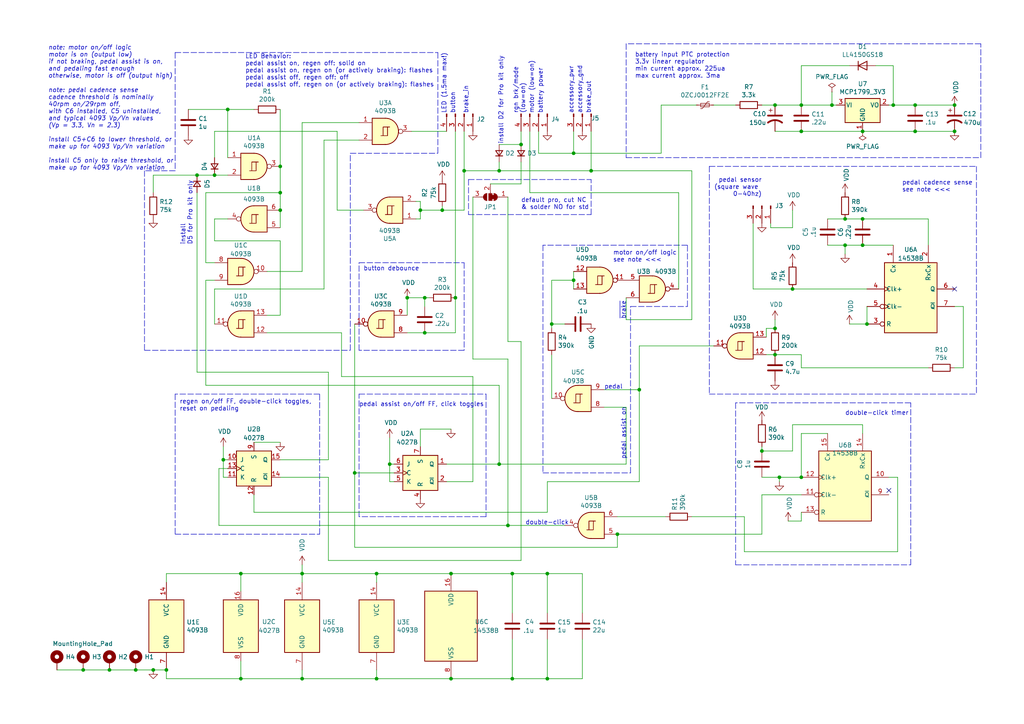
<source format=kicad_sch>
(kicad_sch (version 20231120) (generator "eeschema") (generator_version "8.0")
  (paper "A4")
  (title_block (title "Qiroll Pedal Assist") (date "2021-07-22") (rev "2") (company "Eric Dasmalchi"))
  (junction (at 229.87 83.82))
  (junction (at 232.41 138.43))
  (junction (at 148.59 166.37))
  (junction (at 265.43 38.1))
  (junction (at 147.32 152.4))
  (junction (at 132.08 86.36))
  (junction (at 24.13 194.31))
  (junction (at 130.81 196.85))
  (junction (at 81.28 55.88))
  (junction (at 179.07 154.94))
  (junction (at 171.45 49.53))
  (junction (at 166.37 44.45))
  (junction (at 69.85 166.37))
  (junction (at 232.41 30.48))
  (junction (at 113.03 134.62))
  (junction (at 121.92 60.96))
  (junction (at 166.37 81.28))
  (junction (at 245.11 63.5))
  (junction (at 64.77 133.35))
  (junction (at 123.19 96.52))
  (junction (at 62.23 50.8))
  (junction (at 224.79 30.48))
  (junction (at 66.04 31.75))
  (junction (at 44.45 194.31))
  (junction (at 144.78 134.62))
  (junction (at 31.75 194.31))
  (junction (at 158.75 166.37))
  (junction (at 148.59 196.85))
  (junction (at 185.42 113.03))
  (junction (at 224.79 102.87))
  (junction (at 259.08 30.48))
  (junction (at 81.28 48.26))
  (junction (at 245.11 71.12))
  (junction (at 250.19 71.12))
  (junction (at 226.06 138.43))
  (junction (at 48.26 194.31))
  (junction (at 250.19 38.1))
  (junction (at 250.19 63.5))
  (junction (at 276.86 38.1))
  (junction (at 224.79 95.25))
  (junction (at 130.81 166.37))
  (junction (at 128.27 60.96))
  (junction (at 265.43 30.48))
  (junction (at 123.19 86.36))
  (junction (at 81.28 60.96))
  (junction (at 232.41 38.1))
  (junction (at 57.15 50.8))
  (junction (at 276.86 30.48))
  (junction (at 118.11 86.36))
  (junction (at 102.87 137.16))
  (junction (at 87.63 196.85))
  (junction (at 109.22 196.85))
  (junction (at 109.22 166.37))
  (junction (at 220.98 130.81))
  (junction (at 144.78 49.53))
  (junction (at 69.85 196.85))
  (junction (at 134.62 49.53))
  (junction (at 39.37 194.31))
  (junction (at 241.3 30.48))
  (junction (at 87.63 166.37))
  (junction (at 158.75 196.85))
  (junction (at 160.02 93.98))
  (junction (at 251.46 93.98))
  (junction (at 151.13 41.91))
  (no_connect (at 276.86 83.82))
  (no_connect (at 257.81 142.24))
  (wire (pts (xy 62.23 63.5) (xy 62.23 69.85)))
  (wire (pts (xy 168.91 185.42) (xy 168.91 196.85)))
  (wire (pts (xy 137.16 104.14) (xy 147.32 104.14)))
  (wire (pts (xy 166.37 83.82) (xy 166.37 81.28)))
  (wire (pts (xy 81.28 91.44) (xy 77.47 91.44)))
  (wire (pts (xy 69.85 166.37) (xy 87.63 166.37)))
  (wire (pts (xy 251.46 88.9) (xy 251.46 93.98)))
  (wire (pts (xy 220.98 130.81) (xy 229.87 130.81)))
  (wire (pts (xy 87.63 78.74) (xy 87.63 35.56)))
  (polyline (pts (xy 205.74 48.26) (xy 283.21 48.26)) (stroke (width 0) (type dash)))
  (wire (pts (xy 97.79 38.1) (xy 62.23 38.1)))
  (wire (pts (xy 102.87 93.98) (xy 102.87 137.16)))
  (polyline (pts (xy 50.8 114.3) (xy 50.8 154.94)) (stroke (width 0) (type dash)))
  (wire (pts (xy 160.02 93.98) (xy 163.83 93.98)))
  (polyline (pts (xy 50.8 15.24) (xy 127 15.24)) (stroke (width 0) (type dash)))
  (wire (pts (xy 137.16 109.22) (xy 99.06 109.22)))
  (polyline (pts (xy 134.62 101.6) (xy 104.14 101.6)) (stroke (width 0) (type dash)))
  (wire (pts (xy 57.15 55.88) (xy 57.15 107.95)))
  (wire (pts (xy 257.81 138.43) (xy 260.35 138.43)))
  (wire (pts (xy 73.66 148.59) (xy 73.66 143.51)))
  (wire (pts (xy 207.01 100.33) (xy 185.42 100.33)))
  (polyline (pts (xy 92.71 114.3) (xy 50.8 114.3)) (stroke (width 0) (type dash)))
  (wire (pts (xy 31.75 194.31) (xy 24.13 194.31)))
  (polyline (pts (xy 101.6 44.45) (xy 127 44.45)) (stroke (width 0) (type dash)))
  (polyline (pts (xy 127 15.24) (xy 127 44.45)) (stroke (width 0) (type dash)))
  (wire (pts (xy 147.32 104.14) (xy 147.32 152.4)))
  (wire (pts (xy 114.3 139.7) (xy 113.03 139.7)))
  (wire (pts (xy 220.98 143.51) (xy 232.41 143.51)))
  (wire (pts (xy 168.91 177.8) (xy 168.91 166.37)))
  (wire (pts (xy 128.27 60.96) (xy 121.92 60.96)))
  (wire (pts (xy 77.47 78.74) (xy 87.63 78.74)))
  (wire (pts (xy 153.67 55.88) (xy 196.85 55.88)))
  (wire (pts (xy 119.38 38.1) (xy 129.54 38.1)))
  (wire (pts (xy 120.65 58.42) (xy 121.92 58.42)))
  (polyline (pts (xy 199.39 71.12) (xy 157.48 71.12)) (stroke (width 0) (type dash)))
  (wire (pts (xy 232.41 125.73) (xy 240.03 125.73)))
  (wire (pts (xy 269.24 63.5) (xy 269.24 71.12)))
  (wire (pts (xy 87.63 163.83) (xy 87.63 166.37)))
  (wire (pts (xy 151.13 53.34) (xy 151.13 46.99)))
  (wire (pts (xy 224.79 30.48) (xy 220.98 30.48)))
  (wire (pts (xy 181.61 118.11) (xy 181.61 134.62)))
  (polyline (pts (xy 104.14 101.6) (xy 104.14 76.2)) (stroke (width 0) (type dash)))
  (wire (pts (xy 240.03 63.5) (xy 245.11 63.5)))
  (wire (pts (xy 279.4 88.9) (xy 279.4 106.68)))
  (polyline (pts (xy 205.74 48.26) (xy 205.74 114.3)) (stroke (width 0) (type dash)))
  (wire (pts (xy 69.85 191.77) (xy 69.85 196.85)))
  (wire (pts (xy 81.28 60.96) (xy 81.28 66.04)))
  (wire (pts (xy 151.13 162.56) (xy 151.13 99.06)))
  (wire (pts (xy 99.06 109.22) (xy 99.06 96.52)))
  (wire (pts (xy 215.9 160.02) (xy 260.35 160.02)))
  (wire (pts (xy 97.79 60.96) (xy 105.41 60.96)))
  (wire (pts (xy 109.22 196.85) (xy 130.81 196.85)))
  (wire (pts (xy 279.4 88.9) (xy 276.86 88.9)))
  (wire (pts (xy 121.92 124.46) (xy 130.81 124.46)))
  (wire (pts (xy 134.62 49.53) (xy 134.62 60.96)))
  (wire (pts (xy 142.24 53.34) (xy 151.13 53.34)))
  (wire (pts (xy 87.63 166.37) (xy 109.22 166.37)))
  (wire (pts (xy 124.46 86.36) (xy 123.19 86.36)))
  (wire (pts (xy 171.45 49.53) (xy 144.78 49.53)))
  (wire (pts (xy 69.85 166.37) (xy 69.85 171.45)))
  (polyline (pts (xy 284.48 12.7) (xy 181.61 12.7)) (stroke (width 0) (type dash)))
  (wire (pts (xy 129.54 134.62) (xy 144.78 134.62)))
  (wire (pts (xy 87.63 196.85) (xy 109.22 196.85)))
  (polyline (pts (xy 101.6 101.6) (xy 101.6 44.45)) (stroke (width 0) (type dash)))
  (polyline (pts (xy 157.48 71.12) (xy 157.48 137.16)) (stroke (width 0) (type dash)))
  (wire (pts (xy 185.42 113.03) (xy 175.26 113.03)))
  (wire (pts (xy 44.45 50.8) (xy 44.45 55.88)))
  (wire (pts (xy 87.63 166.37) (xy 87.63 168.91)))
  (wire (pts (xy 250.19 71.12) (xy 259.08 71.12)))
  (wire (pts (xy 57.15 50.8) (xy 62.23 50.8)))
  (wire (pts (xy 158.75 148.59) (xy 73.66 148.59)))
  (wire (pts (xy 226.06 138.43) (xy 232.41 138.43)))
  (wire (pts (xy 191.77 44.45) (xy 191.77 30.48)))
  (wire (pts (xy 158.75 166.37) (xy 158.75 177.8)))
  (polyline (pts (xy 41.91 49.53) (xy 41.91 101.6)) (stroke (width 0) (type dash)))
  (wire (pts (xy 48.26 166.37) (xy 69.85 166.37)))
  (wire (pts (xy 137.16 139.7) (xy 129.54 139.7)))
  (wire (pts (xy 168.91 166.37) (xy 158.75 166.37)))
  (wire (pts (xy 48.26 196.85) (xy 48.26 194.31)))
  (wire (pts (xy 158.75 139.7) (xy 185.42 139.7)))
  (wire (pts (xy 254 19.05) (xy 259.08 19.05)))
  (wire (pts (xy 109.22 166.37) (xy 130.81 166.37)))
  (wire (pts (xy 24.13 194.31) (xy 16.51 194.31)))
  (wire (pts (xy 160.02 93.98) (xy 160.02 95.25)))
  (wire (pts (xy 265.43 30.48) (xy 276.86 30.48)))
  (polyline (pts (xy 213.36 116.84) (xy 213.36 163.83)) (stroke (width 0) (type dash)))
  (wire (pts (xy 144.78 46.99) (xy 144.78 49.53)))
  (wire (pts (xy 95.25 107.95) (xy 57.15 107.95)))
  (wire (pts (xy 147.32 152.4) (xy 163.83 152.4)))
  (wire (pts (xy 191.77 30.48) (xy 201.93 30.48)))
  (wire (pts (xy 232.41 30.48) (xy 224.79 30.48)))
  (wire (pts (xy 121.92 129.54) (xy 121.92 124.46)))
  (polyline (pts (xy 140.97 149.86) (xy 104.14 149.86)) (stroke (width 0) (type dash)))
  (wire (pts (xy 59.69 81.28) (xy 62.23 81.28)))
  (wire (pts (xy 166.37 38.1) (xy 166.37 44.45)))
  (wire (pts (xy 81.28 133.35) (xy 95.25 133.35)))
  (wire (pts (xy 123.19 96.52) (xy 132.08 96.52)))
  (wire (pts (xy 81.28 138.43) (xy 95.25 138.43)))
  (wire (pts (xy 257.81 30.48) (xy 259.08 30.48)))
  (wire (pts (xy 215.9 149.86) (xy 215.9 160.02)))
  (polyline (pts (xy 104.14 76.2) (xy 134.62 76.2)) (stroke (width 0) (type dash)))
  (wire (pts (xy 224.79 38.1) (xy 232.41 38.1)))
  (polyline (pts (xy 264.16 163.83) (xy 264.16 116.84)) (stroke (width 0) (type dash)))
  (wire (pts (xy 121.92 58.42) (xy 121.92 60.96)))
  (wire (pts (xy 121.92 60.96) (xy 121.92 63.5)))
  (wire (pts (xy 158.75 166.37) (xy 148.59 166.37)))
  (wire (pts (xy 160.02 102.87) (xy 160.02 115.57)))
  (polyline (pts (xy 135.89 52.07) (xy 135.89 62.23)) (stroke (width 0) (type dash)))
  (polyline (pts (xy 199.39 88.9) (xy 199.39 71.12)) (stroke (width 0) (type dash)))
  (wire (pts (xy 123.19 86.36) (xy 118.11 86.36)))
  (wire (pts (xy 185.42 113.03) (xy 185.42 139.7)))
  (wire (pts (xy 250.19 63.5) (xy 269.24 63.5)))
  (wire (pts (xy 81.28 48.26) (xy 81.28 55.88)))
  (wire (pts (xy 48.26 196.85) (xy 69.85 196.85)))
  (wire (pts (xy 245.11 63.5) (xy 250.19 63.5)))
  (wire (pts (xy 63.5 152.4) (xy 63.5 135.89)))
  (wire (pts (xy 59.69 111.76) (xy 144.78 111.76)))
  (polyline (pts (xy 50.8 15.24) (xy 50.8 49.53)) (stroke (width 0) (type dash)))
  (wire (pts (xy 151.13 38.1) (xy 151.13 41.91)))
  (wire (pts (xy 250.19 38.1) (xy 265.43 38.1)))
  (wire (pts (xy 62.23 83.82) (xy 93.98 83.82)))
  (wire (pts (xy 158.75 185.42) (xy 158.75 196.85)))
  (wire (pts (xy 113.03 134.62) (xy 114.3 134.62)))
  (wire (pts (xy 87.63 35.56) (xy 104.14 35.56)))
  (wire (pts (xy 181.61 92.71) (xy 200.66 92.71)))
  (wire (pts (xy 130.81 196.85) (xy 148.59 196.85)))
  (wire (pts (xy 229.87 60.96) (xy 229.87 66.04)))
  (polyline (pts (xy 205.74 114.3) (xy 283.21 114.3)) (stroke (width 0) (type dash)))
  (wire (pts (xy 62.23 38.1) (xy 62.23 45.72)))
  (wire (pts (xy 260.35 138.43) (xy 260.35 160.02)))
  (wire (pts (xy 166.37 44.45) (xy 191.77 44.45)))
  (wire (pts (xy 137.16 57.15) (xy 137.16 104.14)))
  (wire (pts (xy 44.45 194.31) (xy 39.37 194.31)))
  (wire (pts (xy 171.45 38.1) (xy 171.45 49.53)))
  (wire (pts (xy 99.06 96.52) (xy 77.47 96.52)))
  (wire (pts (xy 144.78 134.62) (xy 181.61 134.62)))
  (wire (pts (xy 240.03 71.12) (xy 245.11 71.12)))
  (wire (pts (xy 132.08 38.1) (xy 132.08 86.36)))
  (wire (pts (xy 279.4 106.68) (xy 276.86 106.68)))
  (wire (pts (xy 48.26 194.31) (xy 44.45 194.31)))
  (wire (pts (xy 134.62 38.1) (xy 134.62 49.53)))
  (wire (pts (xy 102.87 137.16) (xy 114.3 137.16)))
  (wire (pts (xy 158.75 196.85) (xy 168.91 196.85)))
  (wire (pts (xy 151.13 99.06) (xy 147.32 99.06)))
  (wire (pts (xy 200.66 149.86) (xy 215.9 149.86)))
  (wire (pts (xy 196.85 55.88) (xy 196.85 83.82)))
  (wire (pts (xy 59.69 76.2) (xy 62.23 76.2)))
  (wire (pts (xy 158.75 139.7) (xy 158.75 148.59)))
  (wire (pts (xy 102.87 137.16) (xy 102.87 158.75)))
  (wire (pts (xy 66.04 138.43) (xy 64.77 138.43)))
  (wire (pts (xy 160.02 93.98) (xy 160.02 81.28)))
  (polyline (pts (xy 92.71 154.94) (xy 92.71 114.3)) (stroke (width 0) (type dash)))
  (wire (pts (xy 95.25 138.43) (xy 95.25 162.56)))
  (polyline (pts (xy 104.14 114.3) (xy 140.97 114.3)) (stroke (width 0) (type dash)))
  (wire (pts (xy 137.16 109.22) (xy 137.16 139.7)))
  (wire (pts (xy 218.44 83.82) (xy 229.87 83.82)))
  (wire (pts (xy 148.59 185.42) (xy 148.59 196.85)))
  (wire (pts (xy 156.21 44.45) (xy 156.21 38.1)))
  (wire (pts (xy 245.11 71.12) (xy 245.11 73.66)))
  (wire (pts (xy 128.27 59.69) (xy 128.27 60.96)))
  (wire (pts (xy 59.69 111.76) (xy 59.69 81.28)))
  (wire (pts (xy 241.3 30.48) (xy 242.57 30.48)))
  (wire (pts (xy 220.98 154.94) (xy 220.98 143.51)))
  (wire (pts (xy 218.44 64.77) (xy 218.44 83.82)))
  (wire (pts (xy 87.63 196.85) (xy 87.63 194.31)))
  (wire (pts (xy 113.03 139.7) (xy 113.03 134.62)))
  (wire (pts (xy 62.23 63.5) (xy 66.04 63.5)))
  (wire (pts (xy 93.98 83.82) (xy 93.98 40.64)))
  (wire (pts (xy 123.19 88.9) (xy 123.19 86.36)))
  (wire (pts (xy 97.79 60.96) (xy 97.79 38.1)))
  (wire (pts (xy 251.46 93.98) (xy 246.38 93.98)))
  (polyline (pts (xy 135.89 52.07) (xy 171.45 52.07)) (stroke (width 0) (type dash)))
  (wire (pts (xy 69.85 196.85) (xy 87.63 196.85)))
  (wire (pts (xy 63.5 135.89) (xy 66.04 135.89)))
  (wire (pts (xy 62.23 93.98) (xy 62.23 83.82)))
  (wire (pts (xy 44.45 50.8) (xy 57.15 50.8)))
  (wire (pts (xy 181.61 86.36) (xy 181.61 92.71)))
  (wire (pts (xy 224.79 102.87) (xy 232.41 102.87)))
  (wire (pts (xy 179.07 154.94) (xy 220.98 154.94)))
  (polyline (pts (xy 264.16 116.84) (xy 213.36 116.84)) (stroke (width 0) (type dash)))
  (wire (pts (xy 64.77 138.43) (xy 64.77 133.35)))
  (wire (pts (xy 109.22 196.85) (xy 109.22 194.31)))
  (wire (pts (xy 259.08 30.48) (xy 265.43 30.48)))
  (wire (pts (xy 245.11 71.12) (xy 250.19 71.12)))
  (wire (pts (xy 93.98 40.64) (xy 104.14 40.64)))
  (wire (pts (xy 232.41 102.87) (xy 232.41 106.68)))
  (wire (pts (xy 259.08 19.05) (xy 259.08 30.48)))
  (wire (pts (xy 232.41 151.13) (xy 228.6 151.13)))
  (wire (pts (xy 222.25 95.25) (xy 224.79 95.25)))
  (wire (pts (xy 118.11 86.36) (xy 118.11 91.44)))
  (wire (pts (xy 121.92 63.5) (xy 120.65 63.5)))
  (polyline (pts (xy 157.48 137.16) (xy 182.88 137.16)) (stroke (width 0) (type dash)))
  (polyline (pts (xy 134.62 76.2) (xy 134.62 101.6)) (stroke (width 0) (type dash)))
  (wire (pts (xy 200.66 49.53) (xy 171.45 49.53)))
  (wire (pts (xy 102.87 158.75) (xy 179.07 158.75)))
  (wire (pts (xy 54.61 31.75) (xy 66.04 31.75)))
  (wire (pts (xy 144.78 111.76) (xy 144.78 134.62)))
  (wire (pts (xy 250.19 123.19) (xy 250.19 125.73)))
  (wire (pts (xy 95.25 162.56) (xy 151.13 162.56)))
  (wire (pts (xy 81.28 128.27) (xy 73.66 128.27)))
  (polyline (pts (xy 181.61 45.72) (xy 284.48 45.72)) (stroke (width 0) (type dash)))
  (wire (pts (xy 81.28 31.75) (xy 81.28 48.26)))
  (wire (pts (xy 207.01 30.48) (xy 213.36 30.48)))
  (wire (pts (xy 59.69 55.88) (xy 59.69 76.2)))
  (polyline (pts (xy 283.21 48.26) (xy 283.21 114.3)) (stroke (width 0) (type dash)))
  (wire (pts (xy 134.62 49.53) (xy 144.78 49.53)))
  (wire (pts (xy 229.87 83.82) (xy 251.46 83.82)))
  (wire (pts (xy 232.41 30.48) (xy 241.3 30.48)))
  (wire (pts (xy 229.87 130.81) (xy 229.87 123.19)))
  (wire (pts (xy 64.77 133.35) (xy 64.77 129.54)))
  (wire (pts (xy 66.04 31.75) (xy 66.04 45.72)))
  (wire (pts (xy 118.11 96.52) (xy 123.19 96.52)))
  (wire (pts (xy 81.28 69.85) (xy 81.28 91.44)))
  (wire (pts (xy 130.81 166.37) (xy 148.59 166.37)))
  (wire (pts (xy 222.25 97.79) (xy 222.25 95.25)))
  (wire (pts (xy 144.78 41.91) (xy 151.13 41.91)))
  (wire (pts (xy 64.77 133.35) (xy 66.04 133.35)))
  (polyline (pts (xy 284.48 45.72) (xy 284.48 12.7)) (stroke (width 0) (type dash)))
  (wire (pts (xy 148.59 196.85) (xy 158.75 196.85)))
  (wire (pts (xy 109.22 166.37) (xy 109.22 168.91)))
  (polyline (pts (xy 213.36 163.83) (xy 264.16 163.83)) (stroke (width 0) (type dash)))
  (wire (pts (xy 153.67 38.1) (xy 153.67 55.88)))
  (polyline (pts (xy 135.89 62.23) (xy 171.45 62.23)) (stroke (width 0) (type dash)))
  (wire (pts (xy 66.04 31.75) (xy 73.66 31.75)))
  (wire (pts (xy 179.07 149.86) (xy 193.04 149.86)))
  (wire (pts (xy 147.32 57.15) (xy 147.32 99.06)))
  (wire (pts (xy 181.61 118.11) (xy 175.26 118.11)))
  (polyline (pts (xy 50.8 154.94) (xy 92.71 154.94)) (stroke (width 0) (type dash)))
  (wire (pts (xy 200.66 92.71) (xy 200.66 49.53)))
  (wire (pts (xy 66.04 50.8) (xy 62.23 50.8)))
  (wire (pts (xy 63.5 152.4) (xy 147.32 152.4)))
  (wire (pts (xy 224.79 102.87) (xy 222.25 102.87)))
  (polyline (pts (xy 181.61 12.7) (xy 181.61 45.72)) (stroke (width 0) (type dash)))
  (wire (pts (xy 232.41 106.68) (xy 269.24 106.68)))
  (wire (pts (xy 220.98 129.54) (xy 220.98 130.81)))
  (polyline (pts (xy 50.8 49.53) (xy 41.91 49.53)) (stroke (width 0) (type dash)))
  (wire (pts (xy 48.26 166.37) (xy 48.26 168.91)))
  (wire (pts (xy 160.02 81.28) (xy 166.37 81.28)))
  (wire (pts (xy 59.69 55.88) (xy 81.28 55.88)))
  (wire (pts (xy 232.41 151.13) (xy 232.41 148.59)))
  (wire (pts (xy 232.41 38.1) (xy 250.19 38.1)))
  (polyline (pts (xy 171.45 62.23) (xy 171.45 52.07)) (stroke (width 0) (type dash)))
  (polyline (pts (xy 104.14 149.86) (xy 104.14 114.3)) (stroke (width 0) (type dash)))
  (wire (pts (xy 229.87 66.04) (xy 223.52 66.04)))
  (wire (pts (xy 185.42 100.33) (xy 185.42 113.03)))
  (wire (pts (xy 156.21 44.45) (xy 166.37 44.45)))
  (wire (pts (xy 95.25 107.95) (xy 95.25 133.35)))
  (wire (pts (xy 241.3 26.67) (xy 241.3 30.48)))
  (wire (pts (xy 232.41 19.05) (xy 232.41 30.48)))
  (wire (pts (xy 229.87 123.19) (xy 250.19 123.19)))
  (wire (pts (xy 265.43 38.1) (xy 276.86 38.1)))
  (wire (pts (xy 132.08 86.36) (xy 132.08 96.52)))
  (wire (pts (xy 232.41 19.05) (xy 246.38 19.05)))
  (polyline (pts (xy 182.88 88.9) (xy 199.39 88.9)) (stroke (width 0) (type dash)))
  (wire (pts (xy 134.62 60.96) (xy 128.27 60.96)))
  (wire (pts (xy 179.07 158.75) (xy 179.07 154.94)))
  (wire (pts (xy 224.79 95.25) (xy 224.79 92.71)))
  (polyline (pts (xy 182.88 137.16) (xy 182.88 88.9)) (stroke (width 0) (type dash)))
  (wire (pts (xy 223.52 66.04) (xy 223.52 64.77)))
  (wire (pts (xy 39.37 194.31) (xy 31.75 194.31)))
  (wire (pts (xy 226.06 138.43) (xy 226.06 139.7)))
  (wire (pts (xy 148.59 166.37) (xy 148.59 177.8)))
  (wire (pts (xy 81.28 55.88) (xy 81.28 60.96)))
  (wire (pts (xy 220.98 138.43) (xy 226.06 138.43)))
  (polyline (pts (xy 140.97 114.3) (xy 140.97 149.86)) (stroke (width 0) (type dash)))
  (wire (pts (xy 113.03 127) (xy 113.03 134.62)))
  (polyline (pts (xy 41.91 101.6) (xy 101.6 101.6)) (stroke (width 0) (type dash)))
  (wire (pts (xy 232.41 138.43) (xy 232.41 125.73)))
  (wire (pts (xy 166.37 81.28) (xy 166.37 78.74)))
  (wire (pts (xy 62.23 69.85) (xy 81.28 69.85)))
  (text "motor on/off logic\nsee note <<<" (at 177.8 76.2 0) (effects (font (size 1.27 1.27)) (justify left bottom)))
  (text "regen on/off FF, double-click toggles, \nreset on pedaling" (at 52.07 119.38 0) (effects (font (size 1.27 1.27)) (justify left bottom)))
  (text "note: motor on/off logic\nmotor is on (output low)\nif not braking, pedal assist is on,\nand pedaling fast enough\notherwise, motor is off (output high)" (at 13.97 22.86 0) (effects (font (size 1.27 1.27) (italic yes)) (justify left bottom)))
  (text "pedal sensor\n(square wave \n0-40hz)" (at 220.98 57.15 0) (effects (font (size 1.27 1.27)) (justify right bottom)))
  (text "rgn brk/mode\n(low=on)" (at 152.4 33.02 90) (effects (font (size 1.27 1.27)) (justify left bottom)))
  (text "double-click" (at 152.4 152.4 0) (effects (font (size 1.27 1.27)) (justify left bottom)))
  (text "pedal cadence sense\nsee note <<<" (at 261.62 55.88 0) (effects (font (size 1.27 1.27)) (justify left bottom)))
  (text "accessory_gnd" (at 168.91 33.02 90) (effects (font (size 1.27 1.27)) (justify left bottom)))
  (text "button" (at 132.08 33.02 90) (effects (font (size 1.27 1.27)) (justify left bottom)))
  (text "pedal" (at 175.26 113.03 0) (effects (font (size 1.27 1.27)) (justify left bottom)))
  (text "button debounce" (at 105.41 78.74 0) (effects (font (size 1.27 1.27)) (justify left bottom)))
  (text "motor (low=on)" (at 154.94 33.02 90) (effects (font (size 1.27 1.27)) (justify left bottom)))
  (text "default pro, cut NC\n& solder NO for std\n" (at 151.13 60.96 0) (effects (font (size 1.27 1.27)) (justify left bottom)))
  (text "brake_in" (at 135.89 33.02 90) (effects (font (size 1.27 1.27)) (justify left bottom)))
  (text "pedal assist on/off FF, click toggles" (at 104.14 118.11 0) (effects (font (size 1.27 1.27)) (justify left bottom)))
  (text "LED (1.5ma max!)" (at 129.54 33.02 90) (effects (font (size 1.27 1.27)) (justify left bottom)))
  (text "battery power" (at 157.48 33.02 90) (effects (font (size 1.27 1.27)) (justify left bottom)))
  (text "install\nD5 for Pro kit only" (at 55.88 71.12 90) (effects (font (size 1.27 1.27)) (justify left bottom)))
  (text "install D2 for Pro kit only" (at 146.05 41.91 90) (effects (font (size 1.27 1.27)) (justify left bottom)))
  (text "double-click timer\n" (at 245.11 120.65 0) (effects (font (size 1.27 1.27)) (justify left bottom)))
  (text "~{brake}" (at 181.61 92.71 90) (effects (font (size 1.27 1.27)) (justify left bottom)))
  (text "brake_out" (at 171.45 33.02 90) (effects (font (size 1.27 1.27)) (justify left bottom)))
  (text "LED Behavior:\npedal assist on, regen off: solid on\npedal assist on, regen on (or actively braking): flashes\npedal assist off, regen off: off\npedal assist off, regen on (or actively braking): flashes" (at 71.12 25.4 0) (effects (font (size 1.27 1.27)) (justify left bottom)))
  (text "note: pedal cadence sense\ncadence threshold is nominally\n40rpm on/29rpm off, \nwith C6 installed, C5 uninstalled,\nand typical 4093 Vp/Vn values\n(Vp = 3.3, Vn = 2.3)\n\ninstall C5+C6 to lower threshold, or\nmake up for 4093 Vp/Vn variation\n\ninstall C5 only to raise threshold, or\nmake up for 4093 Vp/Vn variation\n" (at 13.97 49.53 0) (effects (font (size 1.27 1.27) (italic yes)) (justify left bottom)))
  (text "pedal assist on" (at 181.61 133.35 90) (effects (font (size 1.27 1.27)) (justify left bottom)))
  (text "battery input PTC protection\n3.3v linear regulator\nmin current approx. 225ua\nmax current approx. 3ma" (at 184.15 22.86 0) (effects (font (size 1.27 1.27)) (justify left bottom)))
  (text "accessory_pwr" (at 166.37 33.02 90) (effects (font (size 1.27 1.27)) (justify left bottom)))
  (symbol (lib_id "4xxx:14538") (at 264.16 86.36 0) (unit 1)
    (property "Reference" "U6" (at 264.16 72.39 0))
    (property "Value" "14538B" (at 264.16 74.93 0))
    (property "Footprint" "Package_SO:SOIC-16_3.9x9.9mm_P1.27mm" (effects (hide yes)))
    (property "Datasheet" "https://www.onsemi.com/pub/Collateral/MC14538B-D.PDF" (effects (hide yes)))
  )
  (symbol (lib_id "4xxx:14538") (at 245.11 140.97 0) (unit 2)
    (property "Reference" "U6" (at 245.11 129.1082 0))
    (property "Value" "14538B" (at 245.11 131.4196 0))
    (property "Footprint" "Package_SO:SOIC-16_3.9x9.9mm_P1.27mm" (effects (hide yes)))
    (property "Datasheet" "https://www.ti.com/lit/ds/symlink/cd14538b.pdf?ts=1624847316445&ref_url=https%253A%252F%252Fwww.google.com%252F" (effects (hide yes)))
  )
  (symbol (lib_id "4xxx:4027") (at 121.92 137.16 0) (unit 1)
    (property "Reference" "U2" (at 118.11 125.73 0))
    (property "Value" "4027B" (at 118.11 128.27 0))
    (property "Footprint" "Package_SO:SOIC-16_3.9x9.9mm_P1.27mm" (effects (hide yes)))
    (property "Datasheet" "https://www.ti.com/lit/ds/symlink/cd4027b-mil.pdf?ts=1624846134731&ref_url=https%253A%252F%252Fwww.google.com%252F" (effects (hide yes)))
  )
  (symbol (lib_id "4xxx:14538") (at 130.81 181.61 0) (unit 3)
    (property "Reference" "U6" (at 139.7 180.34 0))
    (property "Value" "14538B" (at 140.97 182.88 0))
    (property "Footprint" "Package_SO:SOIC-16_3.9x9.9mm_P1.27mm" (effects (hide yes)))
    (property "Datasheet" "https://www.ti.com/lit/ds/symlink/cd14538b.pdf?ts=1624847316445&ref_url=https%253A%252F%252Fwww.google.com%252F" (effects (hide yes)))
  )
  (symbol (lib_id "4xxx:4027") (at 73.66 135.89 0) (unit 2)
    (property "Reference" "U2" (at 73.66 124.46 0))
    (property "Value" "4027B" (at 73.66 127 0))
    (property "Footprint" "Package_SO:SOIC-16_3.9x9.9mm_P1.27mm" (effects (hide yes)))
    (property "Datasheet" "https://www.ti.com/lit/ds/symlink/cd4027b-mil.pdf?ts=1624846134731&ref_url=https%253A%252F%252Fwww.google.com%252F" (effects (hide yes)))
  )
  (symbol (lib_id "power:GND") (at 158.75 38.1 0) (unit 1)
    (property "Reference" "#PWR024" (effects (hide yes)))
    (property "Value" "GND" (effects (hide yes)))
  )
  (symbol (lib_id "Device:C") (at 240.03 67.31 0) (unit 1)
    (property "Reference" "C5" (at 233.6292 67.31 90))
    (property "Value" ".1u" (at 235.9406 67.31 90))
    (property "Footprint" "Capacitor_SMD:C_0603_1608Metric" (effects (hide yes)))
    (property "Datasheet" "https://ds.yuden.co.jp/TYCOMPAS/ut/detail?pn=EMK107BJ104KAHT%20%20&u=M" (effects (hide yes)))
  )
  (symbol (lib_id "Device:C") (at 220.98 134.62 0) (unit 1)
    (property "Reference" "C8" (at 214.5792 134.62 90))
    (property "Value" "1u" (at 216.8906 134.62 90))
    (property "Footprint" "Capacitor_SMD:C_0603_1608Metric" (effects (hide yes)))
    (property "Datasheet" "https://www.digikey.com/en/products/detail/taiyo-yuden/EMK107BJ105KAHT/4157319..." (effects (hide yes)))
  )
  (symbol (lib_id "Device:R") (at 245.11 59.69 0) (unit 1)
    (property "Reference" "R8" (at 246.888 58.5216 0) (effects (justify left)))
    (property "Value" "390k" (at 246.888 60.833 0) (effects (justify left)))
    (property "Footprint" "Resistor_SMD:R_0603_1608Metric" (effects (hide yes)))
    (property "Datasheet" "https://www.digikey.com/en/products/detail/panasonic-electronic-components/ERJ-3GEYJ394V/135903" (effects (hide yes)))
  )
  (symbol (lib_id "Device:R") (at 220.98 125.73 0) (unit 1)
    (property "Reference" "R6" (at 222.758 124.5616 0) (effects (justify left)))
    (property "Value" "390k" (at 222.758 126.873 0) (effects (justify left)))
    (property "Footprint" "Resistor_SMD:R_0603_1608Metric" (effects (hide yes)))
    (property "Datasheet" "https://www.digikey.com/en/products/detail/panasonic-electronic-components/ERJ-3GEYJ394V/135903" (effects (hide yes)))
  )
  (symbol (lib_id "power:GND") (at 245.11 73.66 0) (unit 1)
    (property "Reference" "#PWR043" (effects (hide yes)))
    (property "Value" "GND" (effects (hide yes)))
  )
  (symbol (lib_id "power:GND") (at 226.06 139.7 0) (unit 1)
    (property "Reference" "#PWR042" (effects (hide yes)))
    (property "Value" "GND" (effects (hide yes)))
  )
  (symbol (lib_id "4xxx:4027") (at 69.85 181.61 0) (unit 3)
    (property "Reference" "U2" (at 80.01 180.34 0) (effects (justify right)))
    (property "Value" "4027B" (at 81.28 182.88 0) (effects (justify right)))
    (property "Footprint" "Package_SO:SOIC-16_3.9x9.9mm_P1.27mm" (effects (hide yes)))
    (property "Datasheet" "https://www.ti.com/lit/ds/symlink/cd4027b-mil.pdf?ts=1624846134731&ref_url=https%253A%252F%252Fwww.google.com%252F" (effects (hide yes)))
  )
  (symbol (lib_id "power:GND") (at 137.16 38.1 0) (unit 1)
    (property "Reference" "#PWR019" (effects (hide yes)))
    (property "Value" "GND" (effects (hide yes)))
  )
  (symbol (lib_id "power:GND") (at 220.98 64.77 0) (unit 1)
    (property "Reference" "#PWR028" (effects (hide yes)))
    (property "Value" "GND" (effects (hide yes)))
  )
  (symbol (lib_id "Device:R") (at 229.87 80.01 0) (unit 1)
    (property "Reference" "R5" (at 224.6122 80.01 90))
    (property "Value" "75k" (at 226.9236 80.01 90))
    (property "Footprint" "Resistor_SMD:R_0603_1608Metric" (effects (hide yes)))
    (property "Datasheet" "https://www.digikey.com/en/products/detail/panasonic-electronic-components/ERJ-3GEYJ753V/105103" (effects (hide yes)))
  )
  (symbol (lib_id "power:VDD") (at 113.03 127 0) (unit 1)
    (property "Reference" "#PWR012" (effects (hide yes)))
    (property "Value" "VDD" (at 113.411 122.6058 0))
  )
  (symbol (lib_id "power:GND") (at 121.92 144.78 0) (unit 1)
    (property "Reference" "#PWR018" (effects (hide yes)))
    (property "Value" "GND" (effects (hide yes)))
  )
  (symbol (lib_id "power:GND") (at 130.81 124.46 0) (unit 1)
    (property "Reference" "#PWR017" (effects (hide yes)))
    (property "Value" "GND" (effects (hide yes)))
  )
  (symbol (lib_id "power:VDD") (at 246.38 93.98 0) (unit 1)
    (property "Reference" "#PWR037" (effects (hide yes)))
    (property "Value" "VDD" (at 246.761 90.7542 90) (effects (justify left)))
  )
  (symbol (lib_id "power:VDD") (at 229.87 60.96 0) (unit 1)
    (property "Reference" "#PWR029" (effects (hide yes)))
    (property "Value" "VDD" (at 230.251 56.5658 0))
  )
  (symbol (lib_id "power:VDD") (at 245.11 55.88 0) (unit 1)
    (property "Reference" "#PWR036" (effects (hide yes)))
    (property "Value" "VDD" (at 245.491 52.6288 90) (effects (justify left)))
  )
  (symbol (lib_id "power:VDD") (at 220.98 121.92 0) (unit 1)
    (property "Reference" "#PWR033" (effects (hide yes)))
    (property "Value" "VDD" (at 220.98 118.11 0))
  )
  (symbol (lib_id "power:VDD") (at 228.6 151.13 0) (unit 1)
    (property "Reference" "#PWR035" (effects (hide yes)))
    (property "Value" "VDD" (at 228.981 147.9042 90) (effects (justify left)))
  )
  (symbol (lib_id "power:GND") (at 44.45 194.31 0) (unit 1)
    (property "Reference" "#PWR021" (effects (hide yes)))
    (property "Value" "GND" (effects (hide yes)))
  )
  (symbol (lib_id "power:VDD") (at 64.77 129.54 0) (unit 1)
    (property "Reference" "#PWR013" (effects (hide yes)))
    (property "Value" "VDD" (at 65.151 125.1458 0))
  )
  (symbol (lib_id "Device:C") (at 148.59 181.61 180) (unit 1)
    (property "Reference" "C4" (at 154.94 180.34 0) (effects (justify left)))
    (property "Value" ".1u" (at 154.94 182.88 0) (effects (justify left)))
    (property "Footprint" "Capacitor_SMD:C_0603_1608Metric" (effects (hide yes)))
    (property "Datasheet" "https://ds.yuden.co.jp/TYCOMPAS/ut/detail?pn=EMK107BJ104KAHT%20%20&u=M" (effects (hide yes)))
  )
  (symbol (lib_id "power:VDD") (at 276.86 30.48 0) (unit 1)
    (property "Reference" "#PWR048" (effects (hide yes)))
    (property "Value" "VDD" (at 277.241 27.2288 90) (effects (justify left)))
  )
  (symbol (lib_id "Device:C") (at 265.43 34.29 0) (unit 1)
    (property "Reference" "C13" (at 268.351 33.1216 0) (effects (justify left)))
    (property "Value" ".1u" (at 268.351 35.433 0) (effects (justify left)))
    (property "Footprint" "Capacitor_SMD:C_0603_1608Metric" (effects (hide yes)))
    (property "Datasheet" "https://ds.yuden.co.jp/TYCOMPAS/ut/detail?pn=EMK107BJ104KAHT%20%20&u=M" (effects (hide yes)))
  )
  (symbol (lib_id "Device:C") (at 232.41 34.29 0) (unit 1)
    (property "Reference" "C11" (at 235.331 33.1216 0) (effects (justify left)))
    (property "Value" ".22u" (at 235.331 35.433 0) (effects (justify left)))
    (property "Footprint" "Capacitor_SMD:C_0603_1608Metric" (effects (hide yes)))
    (property "Datasheet" "https://ds.yuden.co.jp/TYCOMPAS/ut/detail?pn=EMK107B7224KA-T%20%20&u=M" (effects (hide yes)))
  )
  (symbol (lib_id "power:GND") (at 276.86 38.1 0) (unit 1)
    (property "Reference" "#PWR044" (effects (hide yes)))
    (property "Value" "GND" (effects (hide yes)))
  )
  (symbol (lib_id "Device:CP1") (at 224.79 34.29 0) (unit 1)
    (property "Reference" "C10" (at 222.25 33.02 0) (effects (justify right)))
    (property "Value" "150u" (at 222.25 35.56 0) (effects (justify right)))
    (property "Footprint" "Capacitor_THT:CP_Radial_D10.0mm_P5.00mm" (effects (hide yes)))
    (property "Datasheet" "https://www.digikey.com/en/products/detail/nichicon/UPW1H151MPD/589643" (effects (hide yes)))
  )
  (symbol (lib_id "Device:CP1") (at 276.86 34.29 0) (unit 1)
    (property "Reference" "C12" (at 283.21 33.02 0) (effects (justify right)))
    (property "Value" "470u" (at 284.48 35.56 0) (effects (justify right)))
    (property "Footprint" "Capacitor_THT:CP_Radial_D6.3mm_P2.50mm" (effects (hide yes)))
    (property "Datasheet" "https://www.digikey.com/en/products/detail/nichicon/UFW0J471MED/1964083" (effects (hide yes)))
  )
  (symbol (lib_id "Connector:Conn_01x04_Male") (at 134.62 33.02 270) (unit 1)
    (property "Reference" "J2" (at 138.2776 34.5948 90) (effects (justify left)))
    (property "Value" "led_sw1" (effects (hide yes)))
    (property "Footprint" "Connector_PinHeader_2.54mm:PinHeader_1x04_P2.54mm_Vertical" (effects (hide yes)))
    (property "Datasheet" "~https://www.digikey.com/en/products/detail/molex/0022053041/26693" (effects (hide yes)))
  )
  (symbol (lib_id "Connector:Conn_01x04_Male") (at 156.21 33.02 270) (unit 1)
    (property "Reference" "J4" (at 159.8676 34.5948 90) (effects (justify left)))
    (property "Value" "mode_thr_batt" (effects (hide yes)))
    (property "Footprint" "Connector_PinHeader_2.54mm:PinHeader_1x04_P2.54mm_Vertical" (effects (hide yes)))
    (property "Datasheet" "https://www.digikey.com/en/products/detail/molex/0022053041/26693~" (effects (hide yes)))
  )
  (symbol (lib_id "Connector:Conn_01x03_Male") (at 220.98 59.69 270) (unit 1)
    (property "Reference" "J3" (at 224.79 59.69 90) (effects (justify left)))
    (property "Value" "accessory" (effects (hide yes)))
    (property "Footprint" "Connector_PinHeader_2.54mm:PinHeader_1x03_P2.54mm_Vertical" (effects (hide yes)))
    (property "Datasheet" "https://www.digikey.com/en/products/detail/molex/0022053031/26691~" (effects (hide yes)))
  )
  (symbol (lib_id "power:PWR_FLAG") (at 241.3 26.67 0) (unit 1)
    (property "Reference" "#FLG01" (effects (hide yes)))
    (property "Value" "PWR_FLAG" (at 241.3 22.2758 0))
  )
  (symbol (lib_id "power:PWR_FLAG") (at 250.19 38.1 180) (unit 1)
    (property "Reference" "#FLG02" (effects (hide yes)))
    (property "Value" "PWR_FLAG" (at 250.19 42.4942 0))
  )
  (symbol (lib_id "Device:R") (at 160.02 99.06 0) (unit 1)
    (property "Reference" "R4" (at 161.798 97.8916 0) (effects (justify left)))
    (property "Value" "390k" (at 161.798 100.203 0) (effects (justify left)))
    (property "Footprint" "Resistor_SMD:R_0603_1608Metric" (effects (hide yes)))
    (property "Datasheet" "https://www.digikey.com/en/products/detail/panasonic-electronic-components/ERJ-3GEYJ394V/135903" (effects (hide yes)))
  )
  (symbol (lib_id "Device:C") (at 167.64 93.98 270) (unit 1)
    (property "Reference" "C3" (at 168.91 87.63 90))
    (property "Value" ".1u" (at 168.91 90.17 90))
    (property "Footprint" "Capacitor_SMD:C_0603_1608Metric" (effects (hide yes)))
    (property "Datasheet" "https://ds.yuden.co.jp/TYCOMPAS/ut/detail?pn=EMK107BJ104KAHT%20%20&u=M" (effects (hide yes)))
  )
  (symbol (lib_id "power:GND") (at 171.45 93.98 0) (unit 1)
    (property "Reference" "#PWR025" (effects (hide yes)))
    (property "Value" "GND" (at 171.577 97.2312 90) (effects (justify right)))
  )
  (symbol (lib_id "Device:Polyfuse_Small") (at 204.47 30.48 270) (unit 1)
    (property "Reference" "F1" (at 204.47 25.273 90))
    (property "Value" "0ZCJ0012FF2E" (at 204.47 27.5844 90))
    (property "Footprint" "Fuse:Fuse_1206_3216Metric" (effects (hide yes)))
    (property "Datasheet" "https://www.digikey.com/en/products/detail/bel-fuse-inc/0ZCJ0012FF2E/4156129?s=N4IgTCBcDaIAwC0DCApOcCMYBi2wFEQBdAXyA" (effects (hide yes)))
  )
  (symbol (lib_id "Device:R") (at 128.27 55.88 0) (unit 1)
    (property "Reference" "R2" (at 123.19 55.88 90))
    (property "Value" "75k" (at 125.73 55.88 90))
    (property "Footprint" "Resistor_SMD:R_0603_1608Metric" (effects (hide yes)))
    (property "Datasheet" "https://www.digikey.com/en/products/detail/panasonic-electronic-components/ERJ-3GEYJ753V/105103" (effects (hide yes)))
  )
  (symbol (lib_id "Device:D") (at 250.19 19.05 0) (unit 1)
    (property "Reference" "D1" (at 250.19 13.5382 0))
    (property "Value" "LL4150GS18" (at 250.19 15.8496 0))
    (property "Footprint" "Diode_SMD:D_MiniMELF" (effects (hide yes)))
    (property "Datasheet" "https://rocelec.widen.net/view/pdf/bhc41r7lwc/ONSM-S-A0003539415-1.pdf?t.download=true&u=5oefqw" (effects (hide yes)))
  )
  (symbol (lib_id "power:VDD") (at 128.27 52.07 0) (unit 1)
    (property "Reference" "#PWR04" (effects (hide yes)))
    (property "Value" "VDD" (at 128.651 47.6758 0))
  )
  (symbol (lib_id "Regulator_Linear:MCP1700-3302E_SOT23") (at 250.19 30.48 0) (unit 1)
    (property "Reference" "U7" (at 250.19 24.3332 0))
    (property "Value" "MCP1799_3V3" (at 250.19 26.6446 0))
    (property "Footprint" "Package_TO_SOT_SMD:SOT-23" (effects (hide yes)))
    (property "Datasheet" "http://ww1.microchip.com/downloads/en/DeviceDoc/MCP1799-Data-Sheet-20006248A.pdf" (effects (hide yes)))
  )
  (symbol (lib_id "4xxx:HEF4093B") (at 73.66 48.26 0) (unit 1)
    (property "Reference" "U1" (at 73.66 40.005 0))
    (property "Value" "4093B" (at 73.66 42.3164 0))
    (property "Footprint" "Package_SO:SOIC-14_3.9x8.7mm_P1.27mm" (effects (hide yes)))
    (property "Datasheet" "https://www.st.com/content/ccc/resource/technical/document/datasheet/63/6d/0c/9a/06/85/4d/aa/CD00000398.pdf/files/CD00000398.pdf/jcr:content/translations/en.CD00000398.pdf" (effects (hide yes)))
  )
  (symbol (lib_id "4xxx:HEF4093B") (at 73.66 63.5 180) (unit 2)
    (property "Reference" "U1" (at 73.66 54.61 0))
    (property "Value" "4093B" (at 73.66 57.7596 0))
    (property "Footprint" "Package_SO:SOIC-14_3.9x8.7mm_P1.27mm" (effects (hide yes)))
    (property "Datasheet" "https://www.st.com/content/ccc/resource/technical/document/datasheet/63/6d/0c/9a/06/85/4d/aa/CD00000398.pdf/files/CD00000398.pdf/jcr:content/translations/en.CD00000398.pdf" (effects (hide yes)))
  )
  (symbol (lib_id "4xxx:HEF4093B") (at 69.85 78.74 0) (unit 3)
    (property "Reference" "U1" (at 69.85 71.12 0))
    (property "Value" "4093B" (at 69.85 73.66 0))
    (property "Footprint" "Package_SO:SOIC-14_3.9x8.7mm_P1.27mm" (effects (hide yes)))
    (property "Datasheet" "https://www.st.com/content/ccc/resource/technical/document/datasheet/63/6d/0c/9a/06/85/4d/aa/CD00000398.pdf/files/CD00000398.pdf/jcr:content/translations/en.CD00000398.pdf" (effects (hide yes)))
  )
  (symbol (lib_id "4xxx:HEF4093B") (at 69.85 93.98 180) (unit 4)
    (property "Reference" "U1" (at 69.85 85.9282 0))
    (property "Value" "4093B" (at 69.85 88.2396 0))
    (property "Footprint" "Package_SO:SOIC-14_3.9x8.7mm_P1.27mm" (effects (hide yes)))
    (property "Datasheet" "https://www.st.com/content/ccc/resource/technical/document/datasheet/63/6d/0c/9a/06/85/4d/aa/CD00000398.pdf/files/CD00000398.pdf/jcr:content/translations/en.CD00000398.pdf" (effects (hide yes)))
  )
  (symbol (lib_id "4xxx:HEF4093B") (at 48.26 181.61 0) (unit 5)
    (property "Reference" "U1" (at 54.102 180.4416 0) (effects (justify left)))
    (property "Value" "4093B" (at 54.102 182.753 0) (effects (justify left)))
    (property "Footprint" "Package_SO:SOIC-14_3.9x8.7mm_P1.27mm" (effects (hide yes)))
    (property "Datasheet" "https://www.st.com/content/ccc/resource/technical/document/datasheet/63/6d/0c/9a/06/85/4d/aa/CD00000398.pdf/files/CD00000398.pdf/jcr:content/translations/en.CD00000398.pdf" (effects (hide yes)))
  )
  (symbol (lib_id "Device:R") (at 77.47 31.75 270) (unit 1)
    (property "Reference" "R1" (at 77.47 26.4922 90))
    (property "Value" "200k" (at 77.47 28.8036 90))
    (property "Footprint" "Resistor_SMD:R_0603_1608Metric" (effects (hide yes)))
    (property "Datasheet" "https://www.digikey.com/en/products/detail/panasonic-electronic-components/ERJ-3GEYJ204V/104342" (effects (hide yes)))
  )
  (symbol (lib_id "4xxx:HEF4093B") (at 113.03 60.96 180) (unit 1)
    (property "Reference" "U5" (at 113.03 69.215 0))
    (property "Value" "4093B" (at 113.03 66.9036 0))
    (property "Footprint" "Package_SO:SOIC-14_3.9x8.7mm_P1.27mm" (effects (hide yes)))
    (property "Datasheet" "https://www.st.com/content/ccc/resource/technical/document/datasheet/63/6d/0c/9a/06/85/4d/aa/CD00000398.pdf/files/CD00000398.pdf/jcr:content/translations/en.CD00000398.pdf" (effects (hide yes)))
  )
  (symbol (lib_id "Device:C") (at 54.61 35.56 0) (unit 1)
    (property "Reference" "C1" (at 57.531 34.3916 0) (effects (justify left)))
    (property "Value" "1u" (at 57.531 36.703 0) (effects (justify left)))
    (property "Footprint" "Capacitor_SMD:C_0603_1608Metric" (effects (hide yes)))
    (property "Datasheet" "https://www.digikey.com/en/products/detail/taiyo-yuden/EMK107BJ105KAHT/4157319..." (effects (hide yes)))
  )
  (symbol (lib_id "4xxx:HEF4093B") (at 171.45 152.4 180) (unit 2)
    (property "Reference" "U5" (at 171.45 144.3482 0))
    (property "Value" "4093B" (at 171.45 146.6596 0))
    (property "Footprint" "Package_SO:SOIC-14_3.9x8.7mm_P1.27mm" (effects (hide yes)))
    (property "Datasheet" "https://www.st.com/content/ccc/resource/technical/document/datasheet/63/6d/0c/9a/06/85/4d/aa/CD00000398.pdf/files/CD00000398.pdf/jcr:content/translations/en.CD00000398.pdf" (effects (hide yes)))
  )
  (symbol (lib_id "Device:R") (at 196.85 149.86 90) (unit 1)
    (property "Reference" "R11" (at 195.6816 148.082 0) (effects (justify left)))
    (property "Value" "390k" (at 197.993 148.082 0) (effects (justify left)))
    (property "Footprint" "Resistor_SMD:R_0603_1608Metric" (effects (hide yes)))
    (property "Datasheet" "https://www.digikey.com/en/products/detail/panasonic-electronic-components/ERJ-3GEYJ394V/135903" (effects (hide yes)))
  )
  (symbol (lib_id "power:GND") (at 54.61 39.37 0) (unit 1)
    (property "Reference" "#PWR03" (effects (hide yes)))
    (property "Value" "GND" (effects (hide yes)))
  )
  (symbol (lib_id "power:VDD") (at 87.63 163.83 0) (unit 1)
    (property "Reference" "#PWR01" (effects (hide yes)))
    (property "Value" "VDD" (at 87.63 160.02 90) (effects (justify left)))
  )
  (symbol (lib_id "4xxx:HEF4093B") (at 167.64 115.57 180) (unit 3)
    (property "Reference" "U5" (at 167.64 107.95 0))
    (property "Value" "4093B" (at 166.37 110.49 0))
    (property "Footprint" "Package_SO:SOIC-14_3.9x8.7mm_P1.27mm" (effects (hide yes)))
    (property "Datasheet" "https://www.st.com/content/ccc/resource/technical/document/datasheet/63/6d/0c/9a/06/85/4d/aa/CD00000398.pdf/files/CD00000398.pdf/jcr:content/translations/en.CD00000398.pdf" (effects (hide yes)))
  )
  (symbol (lib_id "4xxx:HEF4093B") (at 173.99 81.28 0) (unit 4)
    (property "Reference" "U5" (at 168.91 72.39 0))
    (property "Value" "4093B" (at 170.18 74.93 0))
    (property "Footprint" "Package_SO:SOIC-14_3.9x8.7mm_P1.27mm" (effects (hide yes)))
    (property "Datasheet" "https://www.st.com/content/ccc/resource/technical/document/datasheet/63/6d/0c/9a/06/85/4d/aa/CD00000398.pdf/files/CD00000398.pdf/jcr:content/translations/en.CD00000398.pdf" (effects (hide yes)))
  )
  (symbol (lib_id "Device:R") (at 217.17 30.48 270) (unit 1)
    (property "Reference" "R7" (at 217.17 25.2222 90))
    (property "Value" "3.3k" (at 217.17 27.5336 90))
    (property "Footprint" "Resistor_SMD:R_0603_1608Metric" (effects (hide yes)))
    (property "Datasheet" "https://www.digikey.com/en/products/detail/rohm-semiconductor/ESR03EZPJ332/4051239" (effects (hide yes)))
  )
  (symbol (lib_id "4xxx:HEF4093B") (at 87.63 181.61 0) (unit 5)
    (property "Reference" "U5" (at 93.472 180.4416 0) (effects (justify left)))
    (property "Value" "4093B" (at 93.472 182.753 0) (effects (justify left)))
    (property "Footprint" "Package_SO:SOIC-14_3.9x8.7mm_P1.27mm" (effects (hide yes)))
    (property "Datasheet" "https://www.st.com/content/ccc/resource/technical/document/datasheet/63/6d/0c/9a/06/85/4d/aa/CD00000398.pdf/files/CD00000398.pdf/jcr:content/translations/en.CD00000398.pdf" (effects (hide yes)))
  )
  (symbol (lib_id "Mechanical:MountingHole_Pad") (at 39.37 191.77 0) (unit 1)
    (property "Reference" "H1" (at 41.91 190.5254 0) (effects (justify left)))
    (property "Value" "MountingHole_Pad" (effects (hide yes)))
    (property "Footprint" "MountingHole:MountingHole_2.2mm_M2_DIN965_Pad" (effects (hide yes)))
  )
  (symbol (lib_id "Mechanical:MountingHole_Pad") (at 31.75 191.77 0) (unit 1)
    (property "Reference" "H2" (at 34.29 190.5254 0) (effects (justify left)))
    (property "Value" "MountingHole_Pad" (effects (hide yes)))
    (property "Footprint" "MountingHole:MountingHole_2.2mm_M2_DIN965_Pad" (effects (hide yes)))
  )
  (symbol (lib_id "Mechanical:MountingHole_Pad") (at 24.13 191.77 0) (unit 1)
    (property "Reference" "H3" (at 26.67 190.5254 0) (effects (justify left)))
    (property "Value" "MountingHole_Pad" (effects (hide yes)))
    (property "Footprint" "MountingHole:MountingHole_2.2mm_M2_DIN965_Pad" (effects (hide yes)))
  )
  (symbol (lib_id "Mechanical:MountingHole_Pad") (at 16.51 191.77 0) (unit 1)
    (property "Reference" "H4" (at 19.05 190.5254 0) (effects (justify left)))
    (property "Value" "MountingHole_Pad" (at 15.24 186.69 0) (effects (justify left)))
    (property "Footprint" "MountingHole:MountingHole_2.2mm_M2_DIN965_Pad" (effects (hide yes)))
  )
  (symbol (lib_id "4xxx:HEF4093B") (at 111.76 38.1 0) (unit 1)
    (property "Reference" "U3" (at 111.76 29.845 0))
    (property "Value" "4093B" (at 111.76 32.1564 0))
    (property "Footprint" "Package_SO:SOIC-14_3.9x8.7mm_P1.27mm" (effects (hide yes)))
    (property "Datasheet" "https://www.st.com/content/ccc/resource/technical/document/datasheet/63/6d/0c/9a/06/85/4d/aa/CD00000398.pdf/files/CD00000398.pdf/jcr:content/translations/en.CD00000398.pdf" (effects (hide yes)))
  )
  (symbol (lib_id "4xxx:HEF4093B") (at 189.23 83.82 0) (unit 2)
    (property "Reference" "U3" (at 186.69 78.74 0))
    (property "Value" "4093B" (at 193.04 78.74 0))
    (property "Footprint" "Package_SO:SOIC-14_3.9x8.7mm_P1.27mm" (effects (hide yes)))
    (property "Datasheet" "https://www.st.com/content/ccc/resource/technical/document/datasheet/63/6d/0c/9a/06/85/4d/aa/CD00000398.pdf/files/CD00000398.pdf/jcr:content/translations/en.CD00000398.pdf" (effects (hide yes)))
  )
  (symbol (lib_id "4xxx:HEF4093B") (at 110.49 93.98 180) (unit 3)
    (property "Reference" "U3" (at 110.49 85.9282 0))
    (property "Value" "4093B" (at 110.49 88.2396 0))
    (property "Footprint" "Package_SO:SOIC-14_3.9x8.7mm_P1.27mm" (effects (hide yes)))
    (property "Datasheet" "https://www.st.com/content/ccc/resource/technical/document/datasheet/63/6d/0c/9a/06/85/4d/aa/CD00000398.pdf/files/CD00000398.pdf/jcr:content/translations/en.CD00000398.pdf" (effects (hide yes)))
  )
  (symbol (lib_id "4xxx:HEF4093B") (at 214.63 100.33 180) (unit 4)
    (property "Reference" "U3" (at 214.63 92.2782 0))
    (property "Value" "4093B" (at 214.63 94.5896 0))
    (property "Footprint" "Package_SO:SOIC-14_3.9x8.7mm_P1.27mm" (effects (hide yes)))
    (property "Datasheet" "https://www.st.com/content/ccc/resource/technical/document/datasheet/63/6d/0c/9a/06/85/4d/aa/CD00000398.pdf/files/CD00000398.pdf/jcr:content/translations/en.CD00000398.pdf" (effects (hide yes)))
  )
  (symbol (lib_id "4xxx:HEF4093B") (at 109.22 181.61 0) (unit 5)
    (property "Reference" "U3" (at 115.062 180.4416 0) (effects (justify left)))
    (property "Value" "4093B" (at 115.062 182.753 0) (effects (justify left)))
    (property "Footprint" "Package_SO:SOIC-14_3.9x8.7mm_P1.27mm" (effects (hide yes)))
    (property "Datasheet" "https://www.st.com/content/ccc/resource/technical/document/datasheet/63/6d/0c/9a/06/85/4d/aa/CD00000398.pdf/files/CD00000398.pdf/jcr:content/translations/en.CD00000398.pdf" (effects (hide yes)))
  )
  (symbol (lib_id "Device:C") (at 250.19 67.31 0) (unit 1)
    (property "Reference" "C6" (at 243.7892 67.31 90))
    (property "Value" ".22u" (at 246.1006 67.31 90))
    (property "Footprint" "Capacitor_SMD:C_0603_1608Metric" (effects (hide yes)))
    (property "Datasheet" "https://ds.yuden.co.jp/TYCOMPAS/ut/detail?pn=EMK107B7224KA-T%20%20&u=M" (effects (hide yes)))
  )
  (symbol (lib_id "Device:R") (at 273.05 106.68 270) (unit 1)
    (property "Reference" "R10" (at 273.05 101.4222 90))
    (property "Value" "75k" (at 273.05 103.7336 90))
    (property "Footprint" "Resistor_SMD:R_0603_1608Metric" (effects (hide yes)))
    (property "Datasheet" "https://www.digikey.com/en/products/detail/panasonic-electronic-components/ERJ-3GEYJ753V/105103" (effects (hide yes)))
  )
  (symbol (lib_id "power:VDD") (at 224.79 92.71 0) (unit 1)
    (property "Reference" "#PWR039" (effects (hide yes)))
    (property "Value" "VDD" (at 225.171 88.3158 0))
  )
  (symbol (lib_id "Device:R") (at 224.79 99.06 0) (unit 1)
    (property "Reference" "R9" (at 226.568 97.8916 0) (effects (justify left)))
    (property "Value" "200k" (at 226.568 100.203 0) (effects (justify left)))
    (property "Footprint" "Resistor_SMD:R_0603_1608Metric" (effects (hide yes)))
    (property "Datasheet" "https://www.digikey.com/en/products/detail/panasonic-electronic-components/ERJ-3GEYJ204V/104342" (effects (hide yes)))
  )
  (symbol (lib_id "Device:C") (at 224.79 106.68 0) (unit 1)
    (property "Reference" "C9" (at 227.711 105.5116 0) (effects (justify left)))
    (property "Value" "4.7u" (at 227.711 107.823 0) (effects (justify left)))
    (property "Footprint" "Capacitor_SMD:C_0603_1608Metric" (effects (hide yes)))
    (property "Datasheet" "https://www.digikey.com/en/products/detail/taiyo-yuden/JMK107BJ475MA-T/930607" (effects (hide yes)))
  )
  (symbol (lib_id "power:GND") (at 224.79 110.49 0) (unit 1)
    (property "Reference" "#PWR040" (effects (hide yes)))
    (property "Value" "GND" (effects (hide yes)))
  )
  (symbol (lib_id "Device:R") (at 128.27 86.36 90) (unit 1)
    (property "Reference" "R3" (at 128.27 81.1022 90))
    (property "Value" "200k" (at 128.27 83.4136 90))
    (property "Footprint" "Resistor_SMD:R_0603_1608Metric" (effects (hide yes)))
    (property "Datasheet" "https://www.digikey.com/en/products/detail/panasonic-electronic-components/ERJ-3GEYJ204V/104342" (effects (hide yes)))
  )
  (symbol (lib_id "power:VDD") (at 118.11 86.36 0) (unit 1)
    (property "Reference" "#PWR016" (effects (hide yes)))
    (property "Value" "VDD" (at 118.491 81.9658 0))
  )
  (symbol (lib_id "Device:C") (at 123.19 92.71 0) (unit 1)
    (property "Reference" "C2" (at 126.111 91.5416 0) (effects (justify left)))
    (property "Value" ".22u" (at 126.111 93.853 0) (effects (justify left)))
    (property "Footprint" "Capacitor_SMD:C_0603_1608Metric" (effects (hide yes)))
    (property "Datasheet" "https://ds.yuden.co.jp/TYCOMPAS/ut/detail?pn=EMK107B7224KA-T%20%20&u=M" (effects (hide yes)))
  )
  (symbol (lib_id "Device:C") (at 168.91 181.61 0) (unit 1)
    (property "Reference" "C14" (at 171.831 180.4416 0) (effects (justify left)))
    (property "Value" "22u" (at 171.831 182.753 0) (effects (justify left)))
    (property "Footprint" "Capacitor_SMD:C_0603_1608Metric" (effects (hide yes)))
    (property "Datasheet" "https://www.digikey.com/en/products/detail/murata-electronics/GRM188R60J226MEA0D/4280542" (effects (hide yes)))
  )
  (symbol (lib_id "Jumper:SolderJumper_3_Bridged12") (at 142.24 57.15 180) (unit 1)
    (property "Reference" "JP1" (at 142.24 60.0202 0))
    (property "Value" "SolderJumper_3_Bridged12" (effects (hide yes)))
    (property "Footprint" "Jumper:SolderJumper-3_P1.3mm_Bridged12_RoundedPad1.0x1.5mm_NumberLabels" (effects (hide yes)))
  )
  (symbol (lib_id "Device:C") (at 158.75 181.61 0) (unit 1)
    (property "Reference" "C15" (at 161.671 180.4416 0) (effects (justify left)))
    (property "Value" "1u" (at 161.671 182.753 0) (effects (justify left)))
    (property "Footprint" "Capacitor_SMD:C_0603_1608Metric" (effects (hide yes)))
    (property "Datasheet" "https://www.digikey.com/en/products/detail/taiyo-yuden/EMK107BJ105KAHT/4157319..." (effects (hide yes)))
  )
  (symbol (lib_id "Device:R") (at 44.45 59.69 0) (unit 1)
    (property "Reference" "R12" (at 46.228 58.5216 0) (effects (justify left)))
    (property "Value" "75k" (at 46.228 60.833 0) (effects (justify left)))
    (property "Footprint" "Resistor_SMD:R_0603_1608Metric" (effects (hide yes)))
    (property "Datasheet" "https://www.digikey.com/en/products/detail/panasonic-electronic-components/ERJ-3GEYJ753V/105103" (effects (hide yes)))
  )
  (symbol (lib_id "power:GND") (at 44.45 63.5 0) (unit 1)
    (property "Reference" "#PWR0101" (effects (hide yes)))
    (property "Value" "GND" (effects (hide yes)))
  )
  (symbol (lib_id "Device:D_Small") (at 57.15 53.34 270) (unit 1)
    (property "Reference" "D5" (at 60.071 53.34 0))
    (property "Value" "D" (effects (hide yes)))
    (property "Footprint" "Diode_SMD:D_SOD-523" (effects (hide yes)))
    (property "Datasheet" "https://www.digikey.com/en/products/detail/onsemi/RB520S30T1G/920291~" (effects (hide yes)))
  )
  (symbol (lib_id "Device:D_Small") (at 62.23 48.26 90) (unit 1)
    (property "Reference" "D4" (at 59.309 48.26 0))
    (property "Value" "D" (effects (hide yes)))
    (property "Footprint" "Diode_SMD:D_SOD-523" (effects (hide yes)))
    (property "Datasheet" "https://www.digikey.com/en/products/detail/onsemi/RB520S30T1G/920291~" (effects (hide yes)))
  )
  (symbol (lib_id "Device:D_Small") (at 144.78 44.45 90) (unit 1)
    (property "Reference" "D2" (at 146.558 44.45 90) (effects (justify right)))
    (property "Value" "D" (effects (hide yes)))
    (property "Footprint" "Diode_SMD:D_SOD-523" (effects (hide yes)))
    (property "Datasheet" "https://www.digikey.com/en/products/detail/onsemi/RB520S30T1G/920291~" (effects (hide yes)))
  )
  (symbol (lib_id "Device:D_Small") (at 151.13 44.45 90) (unit 1)
    (property "Reference" "D3" (at 152.908 44.45 90) (effects (justify right)))
    (property "Value" "D" (effects (hide yes)))
    (property "Footprint" "Diode_SMD:D_SOD-523" (effects (hide yes)))
    (property "Datasheet" "https://www.digikey.com/en/products/detail/onsemi/RB520S30T1G/920291~" (effects (hide yes)))
  )
  (symbol (lib_id "power:GND") (at 81.28 128.27 0) (unit 1)
    (property "Reference" "#PWR0102" (effects (hide yes)))
    (property "Value" "GND" (effects (hide yes)))
  )
  (symbol (lib_id "Connector:Conn_01x03_Male") (at 168.91 33.02 270) (unit 1)
    (property "Reference" "J5" (at 171.45 34.29 90) (effects (justify left)))
    (property "Value" "3_pin" (effects (hide yes)))
    (property "Footprint" "Connector_PinHeader_2.54mm:PinHeader_1x03_P2.54mm_Vertical" (effects (hide yes)))
    (property "Datasheet" "https://www.digikey.com/en/products/detail/molex/0022053031/26691~" (effects (hide yes)))
  )
  (symbol (lib_id "power:GND") (at 168.91 38.1 0) (unit 1)
    (property "Reference" "#PWR0103" (effects (hide yes)))
    (property "Value" "GND" (effects (hide yes)))
  )
  (symbol (lib_id "power:VDD") (at 229.87 76.2 0) (unit 1)
    (property "Reference" "#PWR0104" (effects (hide yes)))
    (property "Value" "VDD" (at 230.251 71.8058 0))
  )
)
</source>
